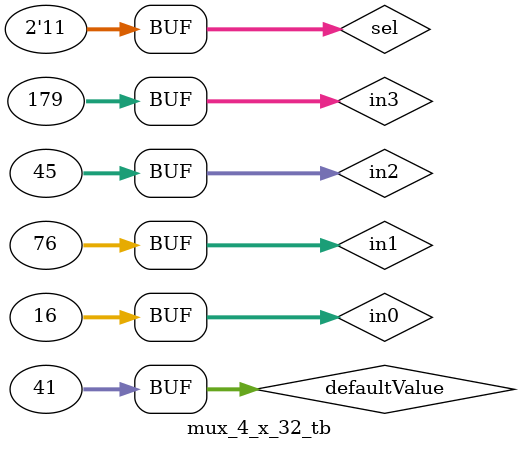
<source format=v>
module mux_4_x_32 (out, in0, in1, in2, in3, defaultWire, sel);
	input [1:0] sel;
	input [31:0] in0, in1, in2, in3, defaultWire;
	output reg [31:0] out;

	always @(sel, in0, in1, defaultWire) begin
		case (sel)
			00: out <= in0;
			01: out <= in1;
			10: out <= in2;
			11: out <= in3;
			default: out <= defaultWire;
		endcase
	end

endmodule

module mux_4_x_32_tb ();
	reg [1:0] sel;
	reg [31:0] in0, in1, in2, in3, defaultValue;
	wire [31:0] out;

	mux_4_x_32 testMux (out, in0, in1, in2, in3, defaultValue, sel);

	initial begin

		$monitor("Sel: %b, Out: %h", sel, out);

		in0 <= 32'd16;
		in1 <= 32'h4C;
		in2 <= 32'h2D;
		in3 <= 32'hB3;
		defaultValue <= 32'd41;

		#5 sel <= 2'b00;
		#5 sel <= 2'b01;
		#5 sel <= 2'b10;
		#5 sel <= 2'b11;
	end

endmodule

</source>
